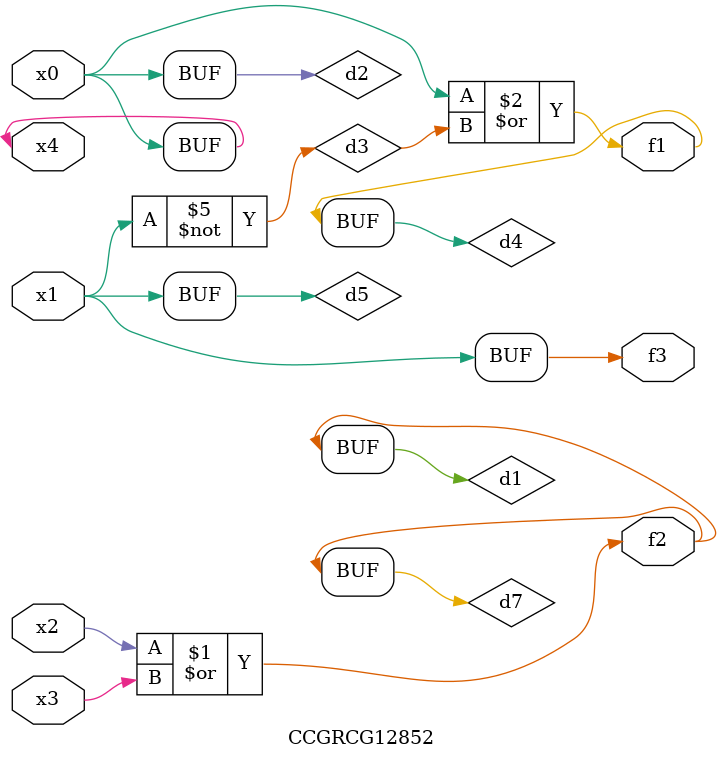
<source format=v>
module CCGRCG12852(
	input x0, x1, x2, x3, x4,
	output f1, f2, f3
);

	wire d1, d2, d3, d4, d5, d6, d7;

	or (d1, x2, x3);
	buf (d2, x0, x4);
	not (d3, x1);
	or (d4, d2, d3);
	not (d5, d3);
	nand (d6, d1, d3);
	or (d7, d1);
	assign f1 = d4;
	assign f2 = d7;
	assign f3 = d5;
endmodule

</source>
